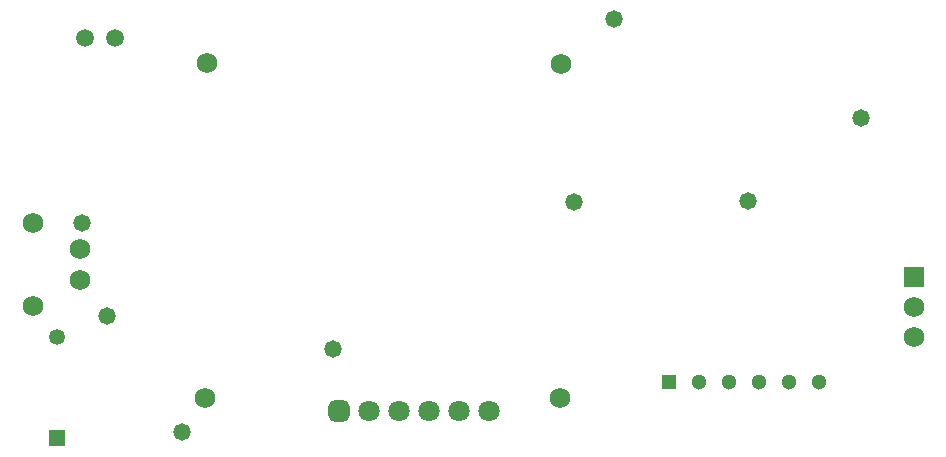
<source format=gbs>
G04*
G04 #@! TF.GenerationSoftware,Altium Limited,Altium Designer,24.10.1 (45)*
G04*
G04 Layer_Color=16711935*
%FSLAX44Y44*%
%MOMM*%
G71*
G04*
G04 #@! TF.SameCoordinates,565968F8-0361-4AAA-87F1-21D5076EFA40*
G04*
G04*
G04 #@! TF.FilePolarity,Negative*
G04*
G01*
G75*
%ADD21C,1.7272*%
%ADD22C,1.5032*%
%ADD23R,1.3000X1.3000*%
%ADD24C,1.3000*%
%ADD25R,1.3500X1.3500*%
%ADD26C,1.3500*%
%ADD27R,1.7532X1.7532*%
%ADD28C,1.7532*%
%ADD29C,1.8032*%
G04:AMPARAMS|DCode=30|XSize=1.8032mm|YSize=1.8032mm|CornerRadius=0.5016mm|HoleSize=0mm|Usage=FLASHONLY|Rotation=0.000|XOffset=0mm|YOffset=0mm|HoleType=Round|Shape=RoundedRectangle|*
%AMROUNDEDRECTD30*
21,1,1.8032,0.8000,0,0,0.0*
21,1,0.8000,1.8032,0,0,0.0*
1,1,1.0032,0.4000,-0.4000*
1,1,1.0032,-0.4000,-0.4000*
1,1,1.0032,-0.4000,0.4000*
1,1,1.0032,0.4000,0.4000*
%
%ADD30ROUNDEDRECTD30*%
%ADD31C,1.4732*%
D21*
X23474Y123204D02*
D03*
X63754Y145604D02*
D03*
Y171704D02*
D03*
X23474Y194204D02*
D03*
X469538Y45574D02*
D03*
X169418Y45720D02*
D03*
X470554Y328930D02*
D03*
X170796Y329076D02*
D03*
D22*
X92710Y350266D02*
D03*
X67310D02*
D03*
D23*
X562356Y58928D02*
D03*
D24*
X587756D02*
D03*
X613156D02*
D03*
X638556D02*
D03*
X663956D02*
D03*
X689356D02*
D03*
D25*
X43942Y11756D02*
D03*
D26*
Y96956D02*
D03*
D27*
X769366Y148082D02*
D03*
D28*
Y122682D02*
D03*
Y97282D02*
D03*
D29*
X359156Y35052D02*
D03*
X308356D02*
D03*
X333756D02*
D03*
X384556D02*
D03*
X409956D02*
D03*
D30*
X282956D02*
D03*
D31*
X277368Y87376D02*
D03*
X65532Y194310D02*
D03*
X86106Y115062D02*
D03*
X149860Y17272D02*
D03*
X629158Y212598D02*
D03*
X482092Y211582D02*
D03*
X515366Y366522D02*
D03*
X724408Y283124D02*
D03*
M02*

</source>
